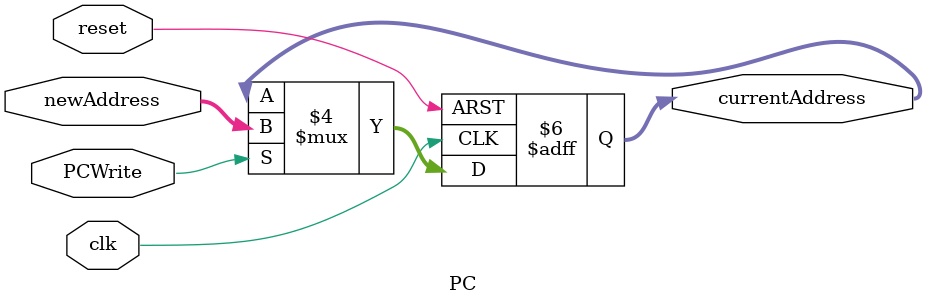
<source format=v>
`timescale 1ns / 1ps
module PC(
    input clk,
	 input reset,
	 input PCWrite,
    input [31:0] newAddress,           
    output reg[31:0] currentAddress  
    );

    always@(posedge clk or negedge reset)
    begin
        if (~reset) 
		  begin
		  currentAddress <= 0;
		  end
		  else begin
		  if (PCWrite)
		  begin
		  currentAddress <= newAddress;
		  end
		  else begin
		  currentAddress <= currentAddress;
		  end
		  end
    end

endmodule

</source>
